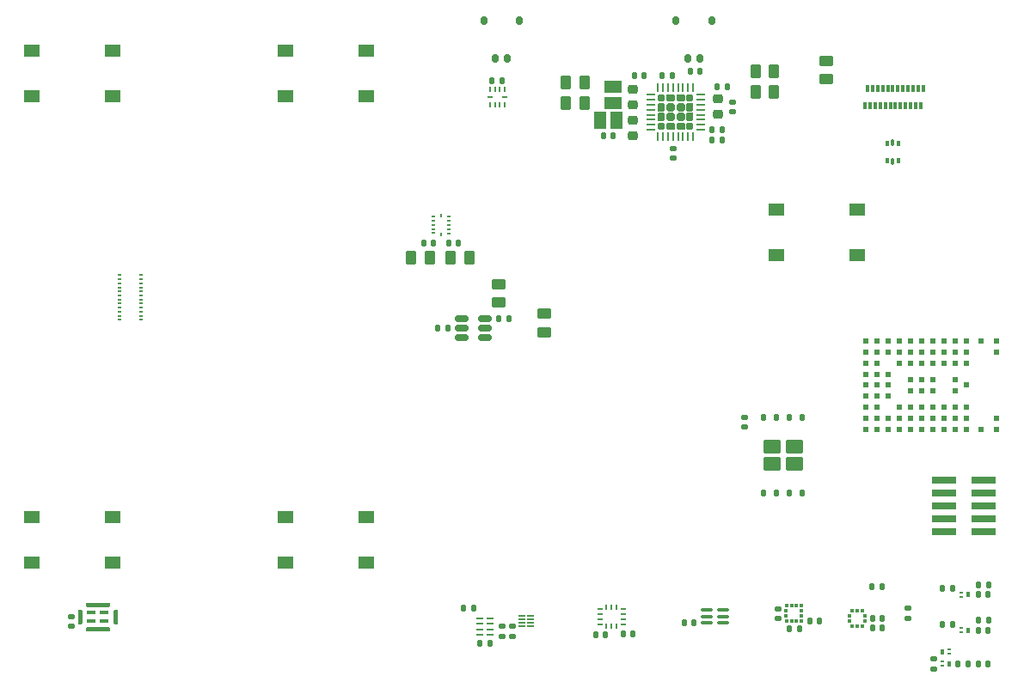
<source format=gbr>
%TF.GenerationSoftware,KiCad,Pcbnew,9.0.6+1*%
%TF.CreationDate,2025-12-31T10:00:21+00:00*%
%TF.ProjectId,ZSWatch-Watch-DevKit,5a535761-7463-4682-9d57-617463682d44,1.2.2*%
%TF.SameCoordinates,Original*%
%TF.FileFunction,Paste,Top*%
%TF.FilePolarity,Positive*%
%FSLAX46Y46*%
G04 Gerber Fmt 4.6, Leading zero omitted, Abs format (unit mm)*
G04 Created by KiCad (PCBNEW 9.0.6+1) date 2025-12-31 10:00:21*
%MOMM*%
%LPD*%
G01*
G04 APERTURE LIST*
G04 Aperture macros list*
%AMRoundRect*
0 Rectangle with rounded corners*
0 $1 Rounding radius*
0 $2 $3 $4 $5 $6 $7 $8 $9 X,Y pos of 4 corners*
0 Add a 4 corners polygon primitive as box body*
4,1,4,$2,$3,$4,$5,$6,$7,$8,$9,$2,$3,0*
0 Add four circle primitives for the rounded corners*
1,1,$1+$1,$2,$3*
1,1,$1+$1,$4,$5*
1,1,$1+$1,$6,$7*
1,1,$1+$1,$8,$9*
0 Add four rect primitives between the rounded corners*
20,1,$1+$1,$2,$3,$4,$5,0*
20,1,$1+$1,$4,$5,$6,$7,0*
20,1,$1+$1,$6,$7,$8,$9,0*
20,1,$1+$1,$8,$9,$2,$3,0*%
%AMFreePoly0*
4,1,19,0.290204,0.301344,0.321117,0.247801,0.322490,0.232106,0.322490,-0.157228,0.301344,-0.215326,0.296017,-0.221139,0.221139,-0.296017,0.165105,-0.322146,0.157228,-0.322490,-0.232106,-0.322490,-0.290204,-0.301344,-0.321117,-0.247801,-0.322490,-0.232106,-0.322490,0.232106,-0.301344,0.290204,-0.247801,0.321117,-0.232106,0.322490,0.232106,0.322490,0.290204,0.301344,0.290204,0.301344,
$1*%
%AMFreePoly1*
4,1,21,0.231572,0.385173,0.236504,0.380653,0.300030,0.317127,0.322198,0.269587,0.322490,0.262904,0.322490,-0.262904,0.304550,-0.312195,0.300030,-0.317127,0.236504,-0.380653,0.188964,-0.402821,0.182281,-0.403113,-0.245807,-0.403113,-0.295098,-0.385173,-0.321325,-0.339746,-0.322490,-0.326430,-0.322490,0.326430,-0.304550,0.375721,-0.259123,0.401948,-0.245807,0.403113,0.182281,0.403113,
0.231572,0.385173,0.231572,0.385173,$1*%
%AMFreePoly2*
4,1,19,0.215326,0.301344,0.221139,0.296017,0.296017,0.221139,0.322146,0.165105,0.322490,0.157228,0.322490,-0.232106,0.301344,-0.290204,0.247801,-0.321117,0.232106,-0.322490,-0.232106,-0.322490,-0.290204,-0.301344,-0.321117,-0.247801,-0.322490,-0.232106,-0.322490,0.232106,-0.301344,0.290204,-0.247801,0.321117,-0.232106,0.322490,0.157228,0.322490,0.215326,0.301344,0.215326,0.301344,
$1*%
%AMFreePoly3*
4,1,21,0.375721,0.304550,0.401948,0.259123,0.403113,0.245807,0.403113,-0.182281,0.385173,-0.231572,0.380653,-0.236504,0.317127,-0.300030,0.269587,-0.322198,0.262904,-0.322490,-0.262904,-0.322490,-0.312195,-0.304550,-0.317127,-0.300030,-0.380653,-0.236504,-0.402821,-0.188964,-0.403113,-0.182281,-0.403113,0.245807,-0.385173,0.295098,-0.339746,0.321325,-0.326430,0.322490,0.326430,0.322490,
0.375721,0.304550,0.375721,0.304550,$1*%
%AMFreePoly4*
4,1,21,0.312195,0.304550,0.317127,0.300030,0.380653,0.236504,0.402821,0.188964,0.403113,0.182281,0.403113,-0.245807,0.385173,-0.295098,0.339746,-0.321325,0.326430,-0.322490,-0.326430,-0.322490,-0.375721,-0.304550,-0.401948,-0.259123,-0.403113,-0.245807,-0.403113,0.182281,-0.385173,0.231572,-0.380653,0.236504,-0.317127,0.300030,-0.269587,0.322198,-0.262904,0.322490,0.262904,0.322490,
0.312195,0.304550,0.312195,0.304550,$1*%
%AMFreePoly5*
4,1,19,0.290204,0.301344,0.321117,0.247801,0.322490,0.232106,0.322490,-0.232106,0.301344,-0.290204,0.247801,-0.321117,0.232106,-0.322490,-0.157228,-0.322490,-0.215326,-0.301344,-0.221139,-0.296017,-0.296017,-0.221139,-0.322146,-0.165105,-0.322490,-0.157228,-0.322490,0.232106,-0.301344,0.290204,-0.247801,0.321117,-0.232106,0.322490,0.232106,0.322490,0.290204,0.301344,0.290204,0.301344,
$1*%
%AMFreePoly6*
4,1,21,0.295098,0.385173,0.321325,0.339746,0.322490,0.326430,0.322490,-0.326430,0.304550,-0.375721,0.259123,-0.401948,0.245807,-0.403113,-0.182281,-0.403113,-0.231572,-0.385173,-0.236504,-0.380653,-0.300030,-0.317127,-0.322198,-0.269587,-0.322490,-0.262904,-0.322490,0.262904,-0.304550,0.312195,-0.300030,0.317127,-0.236504,0.380653,-0.188964,0.402821,-0.182281,0.403113,0.245807,0.403113,
0.295098,0.385173,0.295098,0.385173,$1*%
%AMFreePoly7*
4,1,19,0.290204,0.301344,0.321117,0.247801,0.322490,0.232106,0.322490,-0.232106,0.301344,-0.290204,0.247801,-0.321117,0.232106,-0.322490,-0.232106,-0.322490,-0.290204,-0.301344,-0.321117,-0.247801,-0.322490,-0.232106,-0.322490,0.157228,-0.301344,0.215326,-0.296017,0.221139,-0.221139,0.296017,-0.165105,0.322146,-0.157228,0.322490,0.232106,0.322490,0.290204,0.301344,0.290204,0.301344,
$1*%
G04 Aperture macros list end*
%ADD10C,0.010000*%
%ADD11RoundRect,0.140000X0.140000X0.170000X-0.140000X0.170000X-0.140000X-0.170000X0.140000X-0.170000X0*%
%ADD12RoundRect,0.250000X0.262500X0.450000X-0.262500X0.450000X-0.262500X-0.450000X0.262500X-0.450000X0*%
%ADD13RoundRect,0.050000X-0.100000X-0.075000X0.100000X-0.075000X0.100000X0.075000X-0.100000X0.075000X0*%
%ADD14R,0.300000X0.600000*%
%ADD15RoundRect,0.250000X-0.262500X-0.450000X0.262500X-0.450000X0.262500X0.450000X-0.262500X0.450000X0*%
%ADD16RoundRect,0.093750X-0.093750X0.156250X-0.093750X-0.156250X0.093750X-0.156250X0.093750X0.156250X0*%
%ADD17RoundRect,0.075000X-0.075000X0.250000X-0.075000X-0.250000X0.075000X-0.250000X0.075000X0.250000X0*%
%ADD18RoundRect,0.135000X0.185000X-0.135000X0.185000X0.135000X-0.185000X0.135000X-0.185000X-0.135000X0*%
%ADD19R,1.500000X1.300000*%
%ADD20RoundRect,0.250000X-0.450000X0.262500X-0.450000X-0.262500X0.450000X-0.262500X0.450000X0.262500X0*%
%ADD21R,2.400000X0.740000*%
%ADD22FreePoly0,0.000000*%
%ADD23FreePoly1,0.000000*%
%ADD24FreePoly2,0.000000*%
%ADD25FreePoly3,0.000000*%
%ADD26RoundRect,0.201557X-0.201556X-0.201556X0.201556X-0.201556X0.201556X0.201556X-0.201556X0.201556X0*%
%ADD27FreePoly4,0.000000*%
%ADD28FreePoly5,0.000000*%
%ADD29FreePoly6,0.000000*%
%ADD30FreePoly7,0.000000*%
%ADD31RoundRect,0.062500X-0.337500X-0.062500X0.337500X-0.062500X0.337500X0.062500X-0.337500X0.062500X0*%
%ADD32RoundRect,0.062500X-0.062500X-0.337500X0.062500X-0.337500X0.062500X0.337500X-0.062500X0.337500X0*%
%ADD33RoundRect,0.150000X0.150000X0.275000X-0.150000X0.275000X-0.150000X-0.275000X0.150000X-0.275000X0*%
%ADD34RoundRect,0.175000X0.175000X0.225000X-0.175000X0.225000X-0.175000X-0.225000X0.175000X-0.225000X0*%
%ADD35RoundRect,0.075000X-0.512500X-0.075000X0.512500X-0.075000X0.512500X0.075000X-0.512500X0.075000X0*%
%ADD36R,0.250000X0.500000*%
%ADD37R,0.500000X0.250000*%
%ADD38RoundRect,0.140000X-0.170000X0.140000X-0.170000X-0.140000X0.170000X-0.140000X0.170000X0.140000X0*%
%ADD39RoundRect,0.135000X-0.185000X0.135000X-0.185000X-0.135000X0.185000X-0.135000X0.185000X0.135000X0*%
%ADD40RoundRect,0.135000X0.135000X0.185000X-0.135000X0.185000X-0.135000X-0.185000X0.135000X-0.185000X0*%
%ADD41RoundRect,0.140000X-0.140000X-0.170000X0.140000X-0.170000X0.140000X0.170000X-0.140000X0.170000X0*%
%ADD42RoundRect,0.250000X0.615000X-0.435000X0.615000X0.435000X-0.615000X0.435000X-0.615000X-0.435000X0*%
%ADD43RoundRect,0.125000X0.125000X-0.200000X0.125000X0.200000X-0.125000X0.200000X-0.125000X-0.200000X0*%
%ADD44R,0.650000X0.170000*%
%ADD45RoundRect,0.140000X0.170000X-0.140000X0.170000X0.140000X-0.170000X0.140000X-0.170000X-0.140000X0*%
%ADD46R,0.950000X0.450000*%
%ADD47R,0.700000X0.270000*%
%ADD48R,0.370000X0.300000*%
%ADD49R,0.300000X0.370000*%
%ADD50RoundRect,0.147500X0.147500X0.172500X-0.147500X0.172500X-0.147500X-0.172500X0.147500X-0.172500X0*%
%ADD51R,0.300000X0.700000*%
%ADD52RoundRect,0.250000X0.450000X-0.262500X0.450000X0.262500X-0.450000X0.262500X-0.450000X-0.262500X0*%
%ADD53RoundRect,0.225000X-0.250000X0.225000X-0.250000X-0.225000X0.250000X-0.225000X0.250000X0.225000X0*%
%ADD54R,0.475000X0.250000*%
%ADD55R,0.250000X0.475000*%
%ADD56R,1.150000X1.800000*%
%ADD57R,0.600000X0.600000*%
%ADD58RoundRect,0.147500X-0.147500X-0.172500X0.147500X-0.172500X0.147500X0.172500X-0.147500X0.172500X0*%
%ADD59RoundRect,0.225000X0.250000X-0.225000X0.250000X0.225000X-0.250000X0.225000X-0.250000X-0.225000X0*%
%ADD60R,0.300000X0.325000*%
%ADD61R,0.325000X0.300000*%
%ADD62R,1.800000X1.150000*%
%ADD63RoundRect,0.050000X0.100000X0.075000X-0.100000X0.075000X-0.100000X-0.075000X0.100000X-0.075000X0*%
%ADD64RoundRect,0.135000X-0.135000X-0.185000X0.135000X-0.185000X0.135000X0.185000X-0.135000X0.185000X0*%
%ADD65RoundRect,0.150000X0.512500X0.150000X-0.512500X0.150000X-0.512500X-0.150000X0.512500X-0.150000X0*%
%ADD66R,0.450000X0.210000*%
%ADD67R,0.450000X0.270000*%
%ADD68R,0.450000X0.170000*%
%ADD69R,0.170000X0.450000*%
%ADD70R,0.450000X0.150000*%
G04 APERTURE END LIST*
D10*
%TO.C,MK501*%
X166935000Y-173025000D02*
X166935000Y-174125000D01*
X166835000Y-174225000D01*
X166610000Y-174225000D01*
X166610000Y-172925000D01*
X166835000Y-172925000D01*
X166935000Y-173025000D01*
G36*
X166935000Y-173025000D02*
G01*
X166935000Y-174125000D01*
X166835000Y-174225000D01*
X166610000Y-174225000D01*
X166610000Y-172925000D01*
X166835000Y-172925000D01*
X166935000Y-173025000D01*
G37*
X169635000Y-172425000D02*
X169535000Y-172525000D01*
X167435000Y-172525000D01*
X167335000Y-172425000D01*
X167335000Y-172200000D01*
X169635000Y-172200000D01*
X169635000Y-172425000D01*
G36*
X169635000Y-172425000D02*
G01*
X169535000Y-172525000D01*
X167435000Y-172525000D01*
X167335000Y-172425000D01*
X167335000Y-172200000D01*
X169635000Y-172200000D01*
X169635000Y-172425000D01*
G37*
X169635000Y-174725000D02*
X169635000Y-174950000D01*
X167335000Y-174950000D01*
X167335000Y-174725000D01*
X167435000Y-174625000D01*
X169535000Y-174625000D01*
X169635000Y-174725000D01*
G36*
X169635000Y-174725000D02*
G01*
X169635000Y-174950000D01*
X167335000Y-174950000D01*
X167335000Y-174725000D01*
X167435000Y-174625000D01*
X169535000Y-174625000D01*
X169635000Y-174725000D01*
G37*
X170360000Y-174225000D02*
X170135000Y-174225000D01*
X170035000Y-174125000D01*
X170035000Y-173025000D01*
X170135000Y-172925000D01*
X170360000Y-172925000D01*
X170360000Y-174225000D01*
G36*
X170360000Y-174225000D02*
G01*
X170135000Y-174225000D01*
X170035000Y-174125000D01*
X170035000Y-173025000D01*
X170135000Y-172925000D01*
X170360000Y-172925000D01*
X170360000Y-174225000D01*
G37*
%TD*%
D11*
%TO.C,C404*%
X225060000Y-120200000D03*
X224100000Y-120200000D03*
%TD*%
D12*
%TO.C,R409*%
X235112500Y-121800000D03*
X233287500Y-121800000D03*
%TD*%
D13*
%TO.C,Q403*%
X253550000Y-171175000D03*
X253550000Y-171625000D03*
D14*
X254250000Y-171400000D03*
%TD*%
D15*
%TO.C,R615*%
X203275000Y-138200000D03*
X205100000Y-138200000D03*
%TD*%
D16*
%TO.C,IC602*%
X247337500Y-126937500D03*
D17*
X246800000Y-126862500D03*
D16*
X246262500Y-126937500D03*
X246262500Y-128637500D03*
D17*
X246800000Y-128712500D03*
D16*
X247337500Y-128637500D03*
%TD*%
D18*
%TO.C,R403*%
X250800000Y-178710000D03*
X250800000Y-177690000D03*
%TD*%
D19*
%TO.C,S503*%
X162025000Y-163750000D03*
X162025000Y-168250000D03*
X169975000Y-163750000D03*
X169975000Y-168250000D03*
%TD*%
%TO.C,S504*%
X162025000Y-117750000D03*
X162025000Y-122250000D03*
X169975000Y-117750000D03*
X169975000Y-122250000D03*
%TD*%
D20*
%TO.C,R613*%
X212500000Y-143687500D03*
X212500000Y-145512500D03*
%TD*%
D21*
%TO.C,X601*%
X251800000Y-160120000D03*
X255700000Y-160120000D03*
X251800000Y-161390000D03*
X255700000Y-161390000D03*
X251800000Y-162660000D03*
X255700000Y-162660000D03*
X251800000Y-163930000D03*
X255700000Y-163930000D03*
X251800000Y-165200000D03*
X255700000Y-165200000D03*
%TD*%
D22*
%TO.C,IC401*%
X223987790Y-122430400D03*
D23*
X223987790Y-123330400D03*
X223987790Y-124330400D03*
D24*
X223987790Y-125230400D03*
D25*
X224887790Y-122430400D03*
D26*
X224887790Y-123330400D03*
X224887790Y-124330400D03*
D27*
X224887790Y-125230400D03*
D25*
X225887790Y-122430400D03*
D26*
X225887790Y-123330400D03*
X225887790Y-124330400D03*
D27*
X225887790Y-125230400D03*
D28*
X226787790Y-122430400D03*
D29*
X226787790Y-123330400D03*
X226787790Y-124330400D03*
D30*
X226787790Y-125230400D03*
D31*
X222937790Y-122080400D03*
X222937790Y-122580400D03*
X222937790Y-123080400D03*
X222937790Y-123580400D03*
X222937790Y-124080400D03*
X222937790Y-124580400D03*
X222937790Y-125080400D03*
X222937790Y-125580400D03*
D32*
X223637790Y-126280400D03*
X224137790Y-126280400D03*
X224637790Y-126280400D03*
X225137790Y-126280400D03*
X225637790Y-126280400D03*
X226137790Y-126280400D03*
X226637790Y-126280400D03*
X227137790Y-126280400D03*
D31*
X227837790Y-125580400D03*
X227837790Y-125080400D03*
X227837790Y-124580400D03*
X227837790Y-124080400D03*
X227837790Y-123580400D03*
X227837790Y-123080400D03*
X227837790Y-122580400D03*
X227837790Y-122080400D03*
D32*
X227137790Y-121380400D03*
X226637790Y-121380400D03*
X226137790Y-121380400D03*
X225637790Y-121380400D03*
X225137790Y-121380400D03*
X224637790Y-121380400D03*
X224137790Y-121380400D03*
X223637790Y-121380400D03*
%TD*%
D33*
%TO.C,X509*%
X208850000Y-118575000D03*
X207650000Y-118575000D03*
D34*
X210000000Y-114800000D03*
X206500000Y-114800000D03*
%TD*%
D35*
%TO.C,IC501*%
X228505000Y-172900000D03*
X228505000Y-173550000D03*
X228505000Y-174200000D03*
X230080000Y-174200000D03*
X230080000Y-173550000D03*
X230080000Y-172900000D03*
%TD*%
D11*
%TO.C,C403*%
X227780000Y-119800000D03*
X226820000Y-119800000D03*
%TD*%
D36*
%TO.C,IC505*%
X207100000Y-123100000D03*
X207600000Y-123100000D03*
X208100000Y-123100000D03*
X208600000Y-123100000D03*
D37*
X208600000Y-122350000D03*
D36*
X208600000Y-121600000D03*
X208100000Y-121600000D03*
X207600000Y-121600000D03*
X207100000Y-121600000D03*
D37*
X207100000Y-122350000D03*
%TD*%
D38*
%TO.C,C505*%
X235500000Y-172795000D03*
X235500000Y-173755000D03*
%TD*%
D39*
%TO.C,R504*%
X208300000Y-174490000D03*
X208300000Y-175510000D03*
%TD*%
D40*
%TO.C,R405*%
X256210000Y-170400000D03*
X255190000Y-170400000D03*
%TD*%
D41*
%TO.C,C405*%
X229520000Y-121300000D03*
X230480000Y-121300000D03*
%TD*%
D11*
%TO.C,C511*%
X207100000Y-176220000D03*
X206140000Y-176220000D03*
%TD*%
D42*
%TO.C,IC603*%
X234920000Y-158500000D03*
X237070000Y-158500000D03*
X234920000Y-156800000D03*
X237070000Y-156800000D03*
D43*
X234090000Y-161400000D03*
X235360000Y-161400000D03*
X236630000Y-161400000D03*
X237900000Y-161400000D03*
X237900000Y-153900000D03*
X236630000Y-153900000D03*
X235360000Y-153900000D03*
X234090000Y-153900000D03*
%TD*%
D44*
%TO.C,IC506*%
X211075000Y-174500000D03*
X211075000Y-174150000D03*
X211075000Y-173800000D03*
X211075000Y-173450000D03*
X210225000Y-173450000D03*
X210225000Y-173800000D03*
X210225000Y-174150000D03*
X210225000Y-174500000D03*
%TD*%
D45*
%TO.C,C602*%
X232170000Y-154880000D03*
X232170000Y-153920000D03*
%TD*%
D46*
%TO.C,MK501*%
X167810000Y-173150000D03*
X169160000Y-173150000D03*
X169160000Y-174000000D03*
X167810000Y-174000000D03*
%TD*%
D15*
%TO.C,R410*%
X214587500Y-120900000D03*
X216412500Y-120900000D03*
%TD*%
D39*
%TO.C,R501*%
X248300000Y-172690000D03*
X248300000Y-173710000D03*
%TD*%
D12*
%TO.C,R616*%
X201187500Y-138200000D03*
X199362500Y-138200000D03*
%TD*%
D40*
%TO.C,R408*%
X229989410Y-126538400D03*
X228969410Y-126538400D03*
%TD*%
D33*
%TO.C,X402*%
X227800000Y-118575000D03*
X226600000Y-118575000D03*
D34*
X228950000Y-114800000D03*
X225450000Y-114800000D03*
%TD*%
D11*
%TO.C,C503*%
X218500000Y-175332500D03*
X217540000Y-175332500D03*
%TD*%
D47*
%TO.C,IC507*%
X206120000Y-173725000D03*
X206120000Y-174265000D03*
X206120000Y-174805000D03*
X206120000Y-175345000D03*
X207120000Y-175345000D03*
X207120000Y-174805000D03*
X207120000Y-174265000D03*
X207120000Y-173725000D03*
%TD*%
D48*
%TO.C,IC504*%
X244062500Y-174007500D03*
X244062500Y-173507500D03*
D49*
X243800000Y-172995000D03*
X243300000Y-172995000D03*
X242800000Y-172995000D03*
D48*
X242537500Y-173507500D03*
X242537500Y-174007500D03*
D49*
X242800000Y-174520000D03*
X243300000Y-174520000D03*
X243800000Y-174520000D03*
%TD*%
D11*
%TO.C,C510*%
X208280000Y-120700000D03*
X207320000Y-120700000D03*
%TD*%
D50*
%TO.C,D403*%
X256185000Y-178200000D03*
X255215000Y-178200000D03*
%TD*%
D40*
%TO.C,R505*%
X205509999Y-172700000D03*
X204490001Y-172700000D03*
%TD*%
D51*
%TO.C,X603*%
X249550000Y-123220000D03*
X249050000Y-123220000D03*
X248550000Y-123220000D03*
X248050000Y-123220000D03*
X247550000Y-123220000D03*
X247050000Y-123220000D03*
X246550000Y-123220000D03*
X246050000Y-123220000D03*
X245550000Y-123220000D03*
X245050000Y-123220000D03*
X244550000Y-123220000D03*
X244050000Y-123220000D03*
X244300000Y-121520000D03*
X244800000Y-121520000D03*
X245300000Y-121520000D03*
X245800000Y-121520000D03*
X246300000Y-121520000D03*
X246800000Y-121520000D03*
X247300000Y-121520000D03*
X247800000Y-121520000D03*
X248300000Y-121520000D03*
X248800000Y-121520000D03*
X249300000Y-121520000D03*
X249800000Y-121520000D03*
%TD*%
D52*
%TO.C,R603*%
X240200000Y-120600000D03*
X240200000Y-118775000D03*
%TD*%
D53*
%TO.C,C409*%
X221151410Y-124633400D03*
X221151410Y-126183400D03*
%TD*%
D40*
%TO.C,R404*%
X256210000Y-173900000D03*
X255190000Y-173900000D03*
%TD*%
D45*
%TO.C,C502*%
X165900000Y-174500000D03*
X165900000Y-173540000D03*
%TD*%
D54*
%TO.C,IC502*%
X217937500Y-172800000D03*
X217937500Y-173300000D03*
X217937500Y-173800000D03*
X217937500Y-174300000D03*
D55*
X218600000Y-174462500D03*
X219100000Y-174462500D03*
X219600000Y-174462500D03*
D54*
X220262500Y-174300000D03*
X220262500Y-173800000D03*
X220262500Y-173300000D03*
X220262500Y-172800000D03*
D55*
X219600000Y-172637500D03*
X219100000Y-172637500D03*
X218600000Y-172637500D03*
%TD*%
D56*
%TO.C,L401*%
X217938410Y-124659400D03*
X219538410Y-124659400D03*
%TD*%
D57*
%TO.C,M601*%
X244100000Y-155150000D03*
X244100000Y-154050000D03*
X244100000Y-152950000D03*
X244100000Y-151850000D03*
X244100000Y-150750000D03*
X244100000Y-149650000D03*
X244100000Y-148550000D03*
X244100000Y-147450000D03*
X244100000Y-146350000D03*
X245200000Y-155150000D03*
X245200000Y-154050000D03*
X245200000Y-152950000D03*
X245200000Y-151850000D03*
X245200000Y-150750000D03*
X245200000Y-149650000D03*
X245200000Y-148550000D03*
X245200000Y-147450000D03*
X245200000Y-146350000D03*
X246300000Y-155150000D03*
X246300000Y-154050000D03*
X246300000Y-151850000D03*
X246300000Y-150750000D03*
X246300000Y-149650000D03*
X246300000Y-147450000D03*
X246300000Y-146350000D03*
X247400000Y-155150000D03*
X247400000Y-154050000D03*
X247400000Y-152950000D03*
X247400000Y-148550000D03*
X247400000Y-147450000D03*
X247400000Y-146350000D03*
X248500000Y-155150000D03*
X248500000Y-154050000D03*
X248500000Y-152950000D03*
X248500000Y-151300000D03*
X248500000Y-150200000D03*
X248500000Y-148550000D03*
X248500000Y-147450000D03*
X248500000Y-146350000D03*
X249600000Y-155150000D03*
X249600000Y-154050000D03*
X249600000Y-152950000D03*
X249600000Y-151300000D03*
X249600000Y-150200000D03*
X249600000Y-148550000D03*
X249600000Y-147450000D03*
X249600000Y-146350000D03*
X250700000Y-155150000D03*
X250700000Y-154050000D03*
X250700000Y-152950000D03*
X250700000Y-151300000D03*
X250700000Y-150200000D03*
X250700000Y-148550000D03*
X250700000Y-147450000D03*
X250700000Y-146350000D03*
X251800000Y-155150000D03*
X251800000Y-154050000D03*
X251800000Y-152950000D03*
X251800000Y-148550000D03*
X251800000Y-147450000D03*
X251800000Y-146350000D03*
X252900000Y-155150000D03*
X252900000Y-154050000D03*
X252900000Y-152950000D03*
X252900000Y-151300000D03*
X252900000Y-150200000D03*
X252900000Y-148550000D03*
X252900000Y-147450000D03*
X252900000Y-146350000D03*
X254000000Y-155150000D03*
X254000000Y-154050000D03*
X254000000Y-152950000D03*
X254000000Y-150750000D03*
X254000000Y-148550000D03*
X254000000Y-147450000D03*
X254000000Y-146350000D03*
X255500000Y-155150000D03*
X255500000Y-146350000D03*
X257000000Y-155150000D03*
X257000000Y-154050000D03*
X257000000Y-147450000D03*
X257000000Y-146350000D03*
%TD*%
D58*
%TO.C,D401*%
X255215000Y-174900000D03*
X256185000Y-174900000D03*
%TD*%
D59*
%TO.C,C407*%
X221151410Y-123148400D03*
X221151410Y-121598400D03*
%TD*%
D11*
%TO.C,C408*%
X222289600Y-120200000D03*
X221329600Y-120200000D03*
%TD*%
D41*
%TO.C,C406*%
X218299410Y-126138400D03*
X219259410Y-126138400D03*
%TD*%
D11*
%TO.C,C501*%
X227187500Y-174200000D03*
X226227500Y-174200000D03*
%TD*%
%TO.C,C504*%
X221180000Y-175300000D03*
X220220000Y-175300000D03*
%TD*%
%TO.C,C601*%
X208980000Y-144187500D03*
X208020000Y-144187500D03*
%TD*%
D60*
%TO.C,IC503*%
X237812500Y-172462500D03*
X237312500Y-172462500D03*
X236812500Y-172462500D03*
X236312500Y-172462500D03*
D61*
X236300000Y-172975000D03*
X236300000Y-173475000D03*
D60*
X236312500Y-173987500D03*
X236812500Y-173987500D03*
X237312500Y-173987500D03*
X237812500Y-173987500D03*
D61*
X237825000Y-173475000D03*
X237825000Y-172975000D03*
%TD*%
D41*
%TO.C,C506*%
X238620000Y-173975000D03*
X239580000Y-173975000D03*
%TD*%
D62*
%TO.C,L402*%
X219246410Y-121319400D03*
X219246410Y-122919400D03*
%TD*%
D59*
%TO.C,C410*%
X229590620Y-124044000D03*
X229590620Y-122494000D03*
%TD*%
D20*
%TO.C,R602*%
X208020000Y-140775000D03*
X208020000Y-142600000D03*
%TD*%
D40*
%TO.C,R402*%
X252710000Y-170800000D03*
X251690000Y-170800000D03*
%TD*%
D19*
%TO.C,S502*%
X187025000Y-163750000D03*
X187025000Y-168250000D03*
X194975000Y-163750000D03*
X194975000Y-168250000D03*
%TD*%
D63*
%TO.C,Q401*%
X252350000Y-177225000D03*
X252350000Y-176775000D03*
D14*
X251650000Y-177000000D03*
%TD*%
D11*
%TO.C,C508*%
X245780000Y-173700000D03*
X244820000Y-173700000D03*
%TD*%
D15*
%TO.C,R411*%
X214587500Y-122900000D03*
X216412500Y-122900000D03*
%TD*%
D64*
%TO.C,R601*%
X201990000Y-145137500D03*
X203010000Y-145137500D03*
%TD*%
D65*
%TO.C,IC601*%
X206637500Y-146087500D03*
X206637500Y-145137500D03*
X206637500Y-144187500D03*
X204362500Y-144187500D03*
X204362500Y-145137500D03*
X204362500Y-146087500D03*
%TD*%
D15*
%TO.C,R412*%
X233287500Y-119800000D03*
X235112500Y-119800000D03*
%TD*%
D19*
%TO.C,S501*%
X187025000Y-117750000D03*
X187025000Y-122250000D03*
X194975000Y-117750000D03*
X194975000Y-122250000D03*
%TD*%
D45*
%TO.C,C401*%
X231000000Y-123780000D03*
X231000000Y-122820000D03*
%TD*%
D40*
%TO.C,R406*%
X254210000Y-178200000D03*
X253190000Y-178200000D03*
%TD*%
D11*
%TO.C,C604*%
X201555000Y-136700000D03*
X200595000Y-136700000D03*
%TD*%
D66*
%TO.C,X608*%
X172800000Y-144300000D03*
X172800000Y-143900000D03*
X172800000Y-143500000D03*
X172800000Y-143100000D03*
X172800000Y-142700000D03*
X172800000Y-142300000D03*
X172800000Y-141900000D03*
X172800000Y-141500000D03*
X172800000Y-141100000D03*
X172800000Y-140700000D03*
X172800000Y-140300000D03*
X172800000Y-139900000D03*
X170610000Y-139900000D03*
X170610000Y-140300000D03*
X170610000Y-140700000D03*
X170610000Y-141100000D03*
X170610000Y-141500000D03*
X170610000Y-141900000D03*
X170610000Y-142300000D03*
X170610000Y-142700000D03*
X170610000Y-143100000D03*
X170610000Y-143500000D03*
X170610000Y-143900000D03*
X170610000Y-144300000D03*
%TD*%
D58*
%TO.C,D402*%
X255215000Y-171400000D03*
X256185000Y-171400000D03*
%TD*%
D41*
%TO.C,C509*%
X244820000Y-174700000D03*
X245780000Y-174700000D03*
%TD*%
D38*
%TO.C,C402*%
X225137790Y-127420000D03*
X225137790Y-128380000D03*
%TD*%
D67*
%TO.C,IC604*%
X203045000Y-135800000D03*
D68*
X203045000Y-135350000D03*
X203045000Y-134950000D03*
X203045000Y-134550000D03*
X203045000Y-134150000D03*
D69*
X202295000Y-134050000D03*
D70*
X201545000Y-134150000D03*
D68*
X201545000Y-134550000D03*
X201545000Y-134950000D03*
X201545000Y-135350000D03*
X201545000Y-135750000D03*
D69*
X202295000Y-135850000D03*
%TD*%
D40*
%TO.C,R407*%
X229989410Y-125580400D03*
X228969410Y-125580400D03*
%TD*%
D13*
%TO.C,Q404*%
X251650000Y-177975000D03*
X251650000Y-178425000D03*
D14*
X252350000Y-178200000D03*
%TD*%
D11*
%TO.C,C507*%
X237580000Y-174775000D03*
X236620000Y-174775000D03*
%TD*%
D40*
%TO.C,R401*%
X252710000Y-174300000D03*
X251690000Y-174300000D03*
%TD*%
D13*
%TO.C,Q402*%
X253550000Y-174675000D03*
X253550000Y-175125000D03*
D14*
X254250000Y-174900000D03*
%TD*%
D18*
%TO.C,R503*%
X209300000Y-175509999D03*
X209300000Y-174490001D03*
%TD*%
D64*
%TO.C,R502*%
X244690000Y-170600000D03*
X245710000Y-170600000D03*
%TD*%
D19*
%TO.C,S601*%
X243275000Y-137950000D03*
X243275000Y-133450000D03*
X235325000Y-137950000D03*
X235325000Y-133450000D03*
%TD*%
D41*
%TO.C,C603*%
X203057500Y-136700000D03*
X204017500Y-136700000D03*
%TD*%
M02*

</source>
